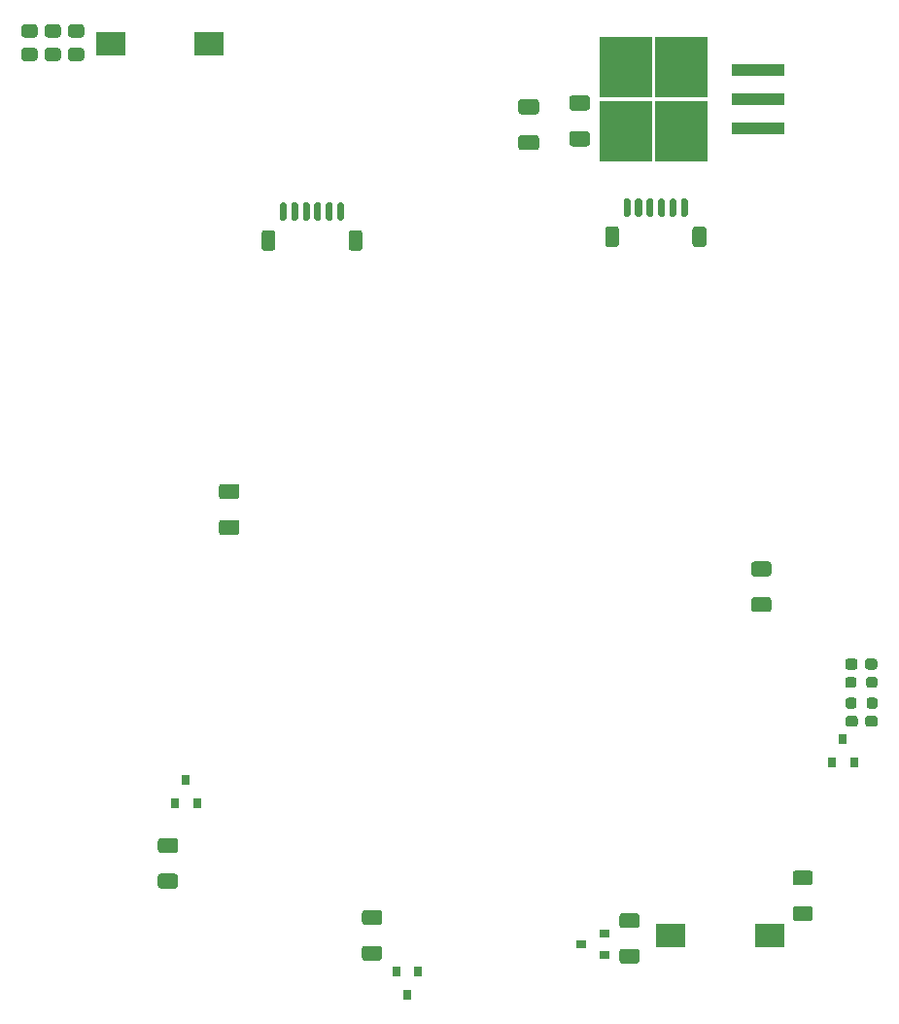
<source format=gtp>
G04 #@! TF.GenerationSoftware,KiCad,Pcbnew,(5.1.12-1-10_14)*
G04 #@! TF.CreationDate,2023-04-25T20:34:31-07:00*
G04 #@! TF.ProjectId,bloo,626c6f6f-2e6b-4696-9361-645f70636258,rev?*
G04 #@! TF.SameCoordinates,Original*
G04 #@! TF.FileFunction,Paste,Top*
G04 #@! TF.FilePolarity,Positive*
%FSLAX46Y46*%
G04 Gerber Fmt 4.6, Leading zero omitted, Abs format (unit mm)*
G04 Created by KiCad (PCBNEW (5.1.12-1-10_14)) date 2023-04-25 20:34:31*
%MOMM*%
%LPD*%
G01*
G04 APERTURE LIST*
%ADD10R,2.500000X2.000000*%
%ADD11R,4.600000X1.100000*%
%ADD12R,4.550000X5.250000*%
%ADD13R,0.800000X0.900000*%
%ADD14R,0.900000X0.800000*%
G04 APERTURE END LIST*
G36*
G01*
X194490800Y-115840500D02*
X194490800Y-116315500D01*
G75*
G02*
X194253300Y-116553000I-237500J0D01*
G01*
X193653300Y-116553000D01*
G75*
G02*
X193415800Y-116315500I0J237500D01*
G01*
X193415800Y-115840500D01*
G75*
G02*
X193653300Y-115603000I237500J0D01*
G01*
X194253300Y-115603000D01*
G75*
G02*
X194490800Y-115840500I0J-237500D01*
G01*
G37*
G36*
G01*
X192765800Y-115840500D02*
X192765800Y-116315500D01*
G75*
G02*
X192528300Y-116553000I-237500J0D01*
G01*
X191928300Y-116553000D01*
G75*
G02*
X191690800Y-116315500I0J237500D01*
G01*
X191690800Y-115840500D01*
G75*
G02*
X191928300Y-115603000I237500J0D01*
G01*
X192528300Y-115603000D01*
G75*
G02*
X192765800Y-115840500I0J-237500D01*
G01*
G37*
G36*
G01*
X192740400Y-110862100D02*
X192740400Y-111337100D01*
G75*
G02*
X192502900Y-111574600I-237500J0D01*
G01*
X191902900Y-111574600D01*
G75*
G02*
X191665400Y-111337100I0J237500D01*
G01*
X191665400Y-110862100D01*
G75*
G02*
X191902900Y-110624600I237500J0D01*
G01*
X192502900Y-110624600D01*
G75*
G02*
X192740400Y-110862100I0J-237500D01*
G01*
G37*
G36*
G01*
X194465400Y-110862100D02*
X194465400Y-111337100D01*
G75*
G02*
X194227900Y-111574600I-237500J0D01*
G01*
X193627900Y-111574600D01*
G75*
G02*
X193390400Y-111337100I0J237500D01*
G01*
X193390400Y-110862100D01*
G75*
G02*
X193627900Y-110624600I237500J0D01*
G01*
X194227900Y-110624600D01*
G75*
G02*
X194465400Y-110862100I0J-237500D01*
G01*
G37*
G36*
G01*
X125113201Y-58597600D02*
X124213199Y-58597600D01*
G75*
G02*
X123963200Y-58347601I0J249999D01*
G01*
X123963200Y-57697599D01*
G75*
G02*
X124213199Y-57447600I249999J0D01*
G01*
X125113201Y-57447600D01*
G75*
G02*
X125363200Y-57697599I0J-249999D01*
G01*
X125363200Y-58347601D01*
G75*
G02*
X125113201Y-58597600I-249999J0D01*
G01*
G37*
G36*
G01*
X125113201Y-56547600D02*
X124213199Y-56547600D01*
G75*
G02*
X123963200Y-56297601I0J249999D01*
G01*
X123963200Y-55647599D01*
G75*
G02*
X124213199Y-55397600I249999J0D01*
G01*
X125113201Y-55397600D01*
G75*
G02*
X125363200Y-55647599I0J-249999D01*
G01*
X125363200Y-56297601D01*
G75*
G02*
X125113201Y-56547600I-249999J0D01*
G01*
G37*
G36*
G01*
X121049201Y-58597600D02*
X120149199Y-58597600D01*
G75*
G02*
X119899200Y-58347601I0J249999D01*
G01*
X119899200Y-57697599D01*
G75*
G02*
X120149199Y-57447600I249999J0D01*
G01*
X121049201Y-57447600D01*
G75*
G02*
X121299200Y-57697599I0J-249999D01*
G01*
X121299200Y-58347601D01*
G75*
G02*
X121049201Y-58597600I-249999J0D01*
G01*
G37*
G36*
G01*
X121049201Y-56547600D02*
X120149199Y-56547600D01*
G75*
G02*
X119899200Y-56297601I0J249999D01*
G01*
X119899200Y-55647599D01*
G75*
G02*
X120149199Y-55397600I249999J0D01*
G01*
X121049201Y-55397600D01*
G75*
G02*
X121299200Y-55647599I0J-249999D01*
G01*
X121299200Y-56297601D01*
G75*
G02*
X121049201Y-56547600I-249999J0D01*
G01*
G37*
G36*
G01*
X123081201Y-56547600D02*
X122181199Y-56547600D01*
G75*
G02*
X121931200Y-56297601I0J249999D01*
G01*
X121931200Y-55647599D01*
G75*
G02*
X122181199Y-55397600I249999J0D01*
G01*
X123081201Y-55397600D01*
G75*
G02*
X123331200Y-55647599I0J-249999D01*
G01*
X123331200Y-56297601D01*
G75*
G02*
X123081201Y-56547600I-249999J0D01*
G01*
G37*
G36*
G01*
X123081201Y-58597600D02*
X122181199Y-58597600D01*
G75*
G02*
X121931200Y-58347601I0J249999D01*
G01*
X121931200Y-57697599D01*
G75*
G02*
X122181199Y-57447600I249999J0D01*
G01*
X123081201Y-57447600D01*
G75*
G02*
X123331200Y-57697599I0J-249999D01*
G01*
X123331200Y-58347601D01*
G75*
G02*
X123081201Y-58597600I-249999J0D01*
G01*
G37*
G36*
G01*
X193490400Y-112937300D02*
X193490400Y-112462300D01*
G75*
G02*
X193727900Y-112224800I237500J0D01*
G01*
X194227900Y-112224800D01*
G75*
G02*
X194465400Y-112462300I0J-237500D01*
G01*
X194465400Y-112937300D01*
G75*
G02*
X194227900Y-113174800I-237500J0D01*
G01*
X193727900Y-113174800D01*
G75*
G02*
X193490400Y-112937300I0J237500D01*
G01*
G37*
G36*
G01*
X191665400Y-112937300D02*
X191665400Y-112462300D01*
G75*
G02*
X191902900Y-112224800I237500J0D01*
G01*
X192402900Y-112224800D01*
G75*
G02*
X192640400Y-112462300I0J-237500D01*
G01*
X192640400Y-112937300D01*
G75*
G02*
X192402900Y-113174800I-237500J0D01*
G01*
X191902900Y-113174800D01*
G75*
G02*
X191665400Y-112937300I0J237500D01*
G01*
G37*
G36*
G01*
X194490800Y-114265700D02*
X194490800Y-114740700D01*
G75*
G02*
X194253300Y-114978200I-237500J0D01*
G01*
X193753300Y-114978200D01*
G75*
G02*
X193515800Y-114740700I0J237500D01*
G01*
X193515800Y-114265700D01*
G75*
G02*
X193753300Y-114028200I237500J0D01*
G01*
X194253300Y-114028200D01*
G75*
G02*
X194490800Y-114265700I0J-237500D01*
G01*
G37*
G36*
G01*
X192665800Y-114265700D02*
X192665800Y-114740700D01*
G75*
G02*
X192428300Y-114978200I-237500J0D01*
G01*
X191928300Y-114978200D01*
G75*
G02*
X191690800Y-114740700I0J237500D01*
G01*
X191690800Y-114265700D01*
G75*
G02*
X191928300Y-114028200I237500J0D01*
G01*
X192428300Y-114028200D01*
G75*
G02*
X192665800Y-114265700I0J-237500D01*
G01*
G37*
G36*
G01*
X188585001Y-133467200D02*
X187334999Y-133467200D01*
G75*
G02*
X187085000Y-133217201I0J249999D01*
G01*
X187085000Y-132417199D01*
G75*
G02*
X187334999Y-132167200I249999J0D01*
G01*
X188585001Y-132167200D01*
G75*
G02*
X188835000Y-132417199I0J-249999D01*
G01*
X188835000Y-133217201D01*
G75*
G02*
X188585001Y-133467200I-249999J0D01*
G01*
G37*
G36*
G01*
X188585001Y-130367200D02*
X187334999Y-130367200D01*
G75*
G02*
X187085000Y-130117201I0J249999D01*
G01*
X187085000Y-129317199D01*
G75*
G02*
X187334999Y-129067200I249999J0D01*
G01*
X188585001Y-129067200D01*
G75*
G02*
X188835000Y-129317199I0J-249999D01*
G01*
X188835000Y-130117201D01*
G75*
G02*
X188585001Y-130367200I-249999J0D01*
G01*
G37*
G36*
G01*
X172247399Y-135875600D02*
X173497401Y-135875600D01*
G75*
G02*
X173747400Y-136125599I0J-249999D01*
G01*
X173747400Y-136925601D01*
G75*
G02*
X173497401Y-137175600I-249999J0D01*
G01*
X172247399Y-137175600D01*
G75*
G02*
X171997400Y-136925601I0J249999D01*
G01*
X171997400Y-136125599D01*
G75*
G02*
X172247399Y-135875600I249999J0D01*
G01*
G37*
G36*
G01*
X172247399Y-132775600D02*
X173497401Y-132775600D01*
G75*
G02*
X173747400Y-133025599I0J-249999D01*
G01*
X173747400Y-133825601D01*
G75*
G02*
X173497401Y-134075600I-249999J0D01*
G01*
X172247399Y-134075600D01*
G75*
G02*
X171997400Y-133825601I0J249999D01*
G01*
X171997400Y-133025599D01*
G75*
G02*
X172247399Y-132775600I249999J0D01*
G01*
G37*
G36*
G01*
X133289201Y-130647800D02*
X132039199Y-130647800D01*
G75*
G02*
X131789200Y-130397801I0J249999D01*
G01*
X131789200Y-129597799D01*
G75*
G02*
X132039199Y-129347800I249999J0D01*
G01*
X133289201Y-129347800D01*
G75*
G02*
X133539200Y-129597799I0J-249999D01*
G01*
X133539200Y-130397801D01*
G75*
G02*
X133289201Y-130647800I-249999J0D01*
G01*
G37*
G36*
G01*
X133289201Y-127547800D02*
X132039199Y-127547800D01*
G75*
G02*
X131789200Y-127297801I0J249999D01*
G01*
X131789200Y-126497799D01*
G75*
G02*
X132039199Y-126247800I249999J0D01*
G01*
X133289201Y-126247800D01*
G75*
G02*
X133539200Y-126497799I0J-249999D01*
G01*
X133539200Y-127297801D01*
G75*
G02*
X133289201Y-127547800I-249999J0D01*
G01*
G37*
G36*
G01*
X149819199Y-135621600D02*
X151069201Y-135621600D01*
G75*
G02*
X151319200Y-135871599I0J-249999D01*
G01*
X151319200Y-136671601D01*
G75*
G02*
X151069201Y-136921600I-249999J0D01*
G01*
X149819199Y-136921600D01*
G75*
G02*
X149569200Y-136671601I0J249999D01*
G01*
X149569200Y-135871599D01*
G75*
G02*
X149819199Y-135621600I249999J0D01*
G01*
G37*
G36*
G01*
X149819199Y-132521600D02*
X151069201Y-132521600D01*
G75*
G02*
X151319200Y-132771599I0J-249999D01*
G01*
X151319200Y-133571601D01*
G75*
G02*
X151069201Y-133821600I-249999J0D01*
G01*
X149819199Y-133821600D01*
G75*
G02*
X149569200Y-133571601I0J249999D01*
G01*
X149569200Y-132771599D01*
G75*
G02*
X149819199Y-132521600I249999J0D01*
G01*
G37*
G36*
G01*
X163433997Y-65035000D02*
X164734003Y-65035000D01*
G75*
G02*
X164984000Y-65284997I0J-249997D01*
G01*
X164984000Y-66110003D01*
G75*
G02*
X164734003Y-66360000I-249997J0D01*
G01*
X163433997Y-66360000D01*
G75*
G02*
X163184000Y-66110003I0J249997D01*
G01*
X163184000Y-65284997D01*
G75*
G02*
X163433997Y-65035000I249997J0D01*
G01*
G37*
G36*
G01*
X163433997Y-61910000D02*
X164734003Y-61910000D01*
G75*
G02*
X164984000Y-62159997I0J-249997D01*
G01*
X164984000Y-62985003D01*
G75*
G02*
X164734003Y-63235000I-249997J0D01*
G01*
X163433997Y-63235000D01*
G75*
G02*
X163184000Y-62985003I0J249997D01*
G01*
X163184000Y-62159997D01*
G75*
G02*
X163433997Y-61910000I249997J0D01*
G01*
G37*
G36*
G01*
X142011800Y-73574999D02*
X142011800Y-74875001D01*
G75*
G02*
X141761801Y-75125000I-249999J0D01*
G01*
X141061799Y-75125000D01*
G75*
G02*
X140811800Y-74875001I0J249999D01*
G01*
X140811800Y-73574999D01*
G75*
G02*
X141061799Y-73325000I249999J0D01*
G01*
X141761801Y-73325000D01*
G75*
G02*
X142011800Y-73574999I0J-249999D01*
G01*
G37*
G36*
G01*
X149611800Y-73574999D02*
X149611800Y-74875001D01*
G75*
G02*
X149361801Y-75125000I-249999J0D01*
G01*
X148661799Y-75125000D01*
G75*
G02*
X148411800Y-74875001I0J249999D01*
G01*
X148411800Y-73574999D01*
G75*
G02*
X148661799Y-73325000I249999J0D01*
G01*
X149361801Y-73325000D01*
G75*
G02*
X149611800Y-73574999I0J-249999D01*
G01*
G37*
G36*
G01*
X143011800Y-71075000D02*
X143011800Y-72325000D01*
G75*
G02*
X142861800Y-72475000I-150000J0D01*
G01*
X142561800Y-72475000D01*
G75*
G02*
X142411800Y-72325000I0J150000D01*
G01*
X142411800Y-71075000D01*
G75*
G02*
X142561800Y-70925000I150000J0D01*
G01*
X142861800Y-70925000D01*
G75*
G02*
X143011800Y-71075000I0J-150000D01*
G01*
G37*
G36*
G01*
X144011800Y-71075000D02*
X144011800Y-72325000D01*
G75*
G02*
X143861800Y-72475000I-150000J0D01*
G01*
X143561800Y-72475000D01*
G75*
G02*
X143411800Y-72325000I0J150000D01*
G01*
X143411800Y-71075000D01*
G75*
G02*
X143561800Y-70925000I150000J0D01*
G01*
X143861800Y-70925000D01*
G75*
G02*
X144011800Y-71075000I0J-150000D01*
G01*
G37*
G36*
G01*
X145011800Y-71075000D02*
X145011800Y-72325000D01*
G75*
G02*
X144861800Y-72475000I-150000J0D01*
G01*
X144561800Y-72475000D01*
G75*
G02*
X144411800Y-72325000I0J150000D01*
G01*
X144411800Y-71075000D01*
G75*
G02*
X144561800Y-70925000I150000J0D01*
G01*
X144861800Y-70925000D01*
G75*
G02*
X145011800Y-71075000I0J-150000D01*
G01*
G37*
G36*
G01*
X146011800Y-71075000D02*
X146011800Y-72325000D01*
G75*
G02*
X145861800Y-72475000I-150000J0D01*
G01*
X145561800Y-72475000D01*
G75*
G02*
X145411800Y-72325000I0J150000D01*
G01*
X145411800Y-71075000D01*
G75*
G02*
X145561800Y-70925000I150000J0D01*
G01*
X145861800Y-70925000D01*
G75*
G02*
X146011800Y-71075000I0J-150000D01*
G01*
G37*
G36*
G01*
X147011800Y-71075000D02*
X147011800Y-72325000D01*
G75*
G02*
X146861800Y-72475000I-150000J0D01*
G01*
X146561800Y-72475000D01*
G75*
G02*
X146411800Y-72325000I0J150000D01*
G01*
X146411800Y-71075000D01*
G75*
G02*
X146561800Y-70925000I150000J0D01*
G01*
X146861800Y-70925000D01*
G75*
G02*
X147011800Y-71075000I0J-150000D01*
G01*
G37*
G36*
G01*
X148011800Y-71075000D02*
X148011800Y-72325000D01*
G75*
G02*
X147861800Y-72475000I-150000J0D01*
G01*
X147561800Y-72475000D01*
G75*
G02*
X147411800Y-72325000I0J150000D01*
G01*
X147411800Y-71075000D01*
G75*
G02*
X147561800Y-70925000I150000J0D01*
G01*
X147861800Y-70925000D01*
G75*
G02*
X148011800Y-71075000I0J-150000D01*
G01*
G37*
G36*
G01*
X177958400Y-70744800D02*
X177958400Y-71994800D01*
G75*
G02*
X177808400Y-72144800I-150000J0D01*
G01*
X177508400Y-72144800D01*
G75*
G02*
X177358400Y-71994800I0J150000D01*
G01*
X177358400Y-70744800D01*
G75*
G02*
X177508400Y-70594800I150000J0D01*
G01*
X177808400Y-70594800D01*
G75*
G02*
X177958400Y-70744800I0J-150000D01*
G01*
G37*
G36*
G01*
X176958400Y-70744800D02*
X176958400Y-71994800D01*
G75*
G02*
X176808400Y-72144800I-150000J0D01*
G01*
X176508400Y-72144800D01*
G75*
G02*
X176358400Y-71994800I0J150000D01*
G01*
X176358400Y-70744800D01*
G75*
G02*
X176508400Y-70594800I150000J0D01*
G01*
X176808400Y-70594800D01*
G75*
G02*
X176958400Y-70744800I0J-150000D01*
G01*
G37*
G36*
G01*
X175958400Y-70744800D02*
X175958400Y-71994800D01*
G75*
G02*
X175808400Y-72144800I-150000J0D01*
G01*
X175508400Y-72144800D01*
G75*
G02*
X175358400Y-71994800I0J150000D01*
G01*
X175358400Y-70744800D01*
G75*
G02*
X175508400Y-70594800I150000J0D01*
G01*
X175808400Y-70594800D01*
G75*
G02*
X175958400Y-70744800I0J-150000D01*
G01*
G37*
G36*
G01*
X174958400Y-70744800D02*
X174958400Y-71994800D01*
G75*
G02*
X174808400Y-72144800I-150000J0D01*
G01*
X174508400Y-72144800D01*
G75*
G02*
X174358400Y-71994800I0J150000D01*
G01*
X174358400Y-70744800D01*
G75*
G02*
X174508400Y-70594800I150000J0D01*
G01*
X174808400Y-70594800D01*
G75*
G02*
X174958400Y-70744800I0J-150000D01*
G01*
G37*
G36*
G01*
X173958400Y-70744800D02*
X173958400Y-71994800D01*
G75*
G02*
X173808400Y-72144800I-150000J0D01*
G01*
X173508400Y-72144800D01*
G75*
G02*
X173358400Y-71994800I0J150000D01*
G01*
X173358400Y-70744800D01*
G75*
G02*
X173508400Y-70594800I150000J0D01*
G01*
X173808400Y-70594800D01*
G75*
G02*
X173958400Y-70744800I0J-150000D01*
G01*
G37*
G36*
G01*
X172958400Y-70744800D02*
X172958400Y-71994800D01*
G75*
G02*
X172808400Y-72144800I-150000J0D01*
G01*
X172508400Y-72144800D01*
G75*
G02*
X172358400Y-71994800I0J150000D01*
G01*
X172358400Y-70744800D01*
G75*
G02*
X172508400Y-70594800I150000J0D01*
G01*
X172808400Y-70594800D01*
G75*
G02*
X172958400Y-70744800I0J-150000D01*
G01*
G37*
G36*
G01*
X179558400Y-73244799D02*
X179558400Y-74544801D01*
G75*
G02*
X179308401Y-74794800I-249999J0D01*
G01*
X178608399Y-74794800D01*
G75*
G02*
X178358400Y-74544801I0J249999D01*
G01*
X178358400Y-73244799D01*
G75*
G02*
X178608399Y-72994800I249999J0D01*
G01*
X179308401Y-72994800D01*
G75*
G02*
X179558400Y-73244799I0J-249999D01*
G01*
G37*
G36*
G01*
X171958400Y-73244799D02*
X171958400Y-74544801D01*
G75*
G02*
X171708401Y-74794800I-249999J0D01*
G01*
X171008399Y-74794800D01*
G75*
G02*
X170758400Y-74544801I0J249999D01*
G01*
X170758400Y-73244799D01*
G75*
G02*
X171008399Y-72994800I249999J0D01*
G01*
X171708401Y-72994800D01*
G75*
G02*
X171958400Y-73244799I0J-249999D01*
G01*
G37*
G36*
G01*
X167878997Y-64704800D02*
X169179003Y-64704800D01*
G75*
G02*
X169429000Y-64954797I0J-249997D01*
G01*
X169429000Y-65779803D01*
G75*
G02*
X169179003Y-66029800I-249997J0D01*
G01*
X167878997Y-66029800D01*
G75*
G02*
X167629000Y-65779803I0J249997D01*
G01*
X167629000Y-64954797D01*
G75*
G02*
X167878997Y-64704800I249997J0D01*
G01*
G37*
G36*
G01*
X167878997Y-61579800D02*
X169179003Y-61579800D01*
G75*
G02*
X169429000Y-61829797I0J-249997D01*
G01*
X169429000Y-62654803D01*
G75*
G02*
X169179003Y-62904800I-249997J0D01*
G01*
X167878997Y-62904800D01*
G75*
G02*
X167629000Y-62654803I0J249997D01*
G01*
X167629000Y-61829797D01*
G75*
G02*
X167878997Y-61579800I249997J0D01*
G01*
G37*
D10*
X136207600Y-57073800D03*
X127647600Y-57073800D03*
X176491800Y-134747000D03*
X185051800Y-134747000D03*
D11*
X184108400Y-64439800D03*
X184108400Y-61899800D03*
X184108400Y-59359800D03*
D12*
X172533400Y-59124800D03*
X177383400Y-64674800D03*
X172533400Y-64674800D03*
X177383400Y-59124800D03*
D13*
X190515200Y-119643400D03*
X192415200Y-119643400D03*
X191465200Y-117643400D03*
D14*
X168697400Y-135483600D03*
X170697400Y-134533600D03*
X170697400Y-136433600D03*
D13*
X133289000Y-123224800D03*
X135189000Y-123224800D03*
X134239000Y-121224800D03*
X153517600Y-139861800D03*
X152567600Y-137861800D03*
X154467600Y-137861800D03*
G36*
G01*
X138648203Y-99862600D02*
X137348197Y-99862600D01*
G75*
G02*
X137098200Y-99612603I0J249997D01*
G01*
X137098200Y-98787597D01*
G75*
G02*
X137348197Y-98537600I249997J0D01*
G01*
X138648203Y-98537600D01*
G75*
G02*
X138898200Y-98787597I0J-249997D01*
G01*
X138898200Y-99612603D01*
G75*
G02*
X138648203Y-99862600I-249997J0D01*
G01*
G37*
G36*
G01*
X138648203Y-96737600D02*
X137348197Y-96737600D01*
G75*
G02*
X137098200Y-96487603I0J249997D01*
G01*
X137098200Y-95662597D01*
G75*
G02*
X137348197Y-95412600I249997J0D01*
G01*
X138648203Y-95412600D01*
G75*
G02*
X138898200Y-95662597I0J-249997D01*
G01*
X138898200Y-96487603D01*
G75*
G02*
X138648203Y-96737600I-249997J0D01*
G01*
G37*
G36*
G01*
X184978200Y-103468600D02*
X183728200Y-103468600D01*
G75*
G02*
X183478200Y-103218600I0J250000D01*
G01*
X183478200Y-102418600D01*
G75*
G02*
X183728200Y-102168600I250000J0D01*
G01*
X184978200Y-102168600D01*
G75*
G02*
X185228200Y-102418600I0J-250000D01*
G01*
X185228200Y-103218600D01*
G75*
G02*
X184978200Y-103468600I-250000J0D01*
G01*
G37*
G36*
G01*
X184978200Y-106568600D02*
X183728200Y-106568600D01*
G75*
G02*
X183478200Y-106318600I0J250000D01*
G01*
X183478200Y-105518600D01*
G75*
G02*
X183728200Y-105268600I250000J0D01*
G01*
X184978200Y-105268600D01*
G75*
G02*
X185228200Y-105518600I0J-250000D01*
G01*
X185228200Y-106318600D01*
G75*
G02*
X184978200Y-106568600I-250000J0D01*
G01*
G37*
M02*

</source>
